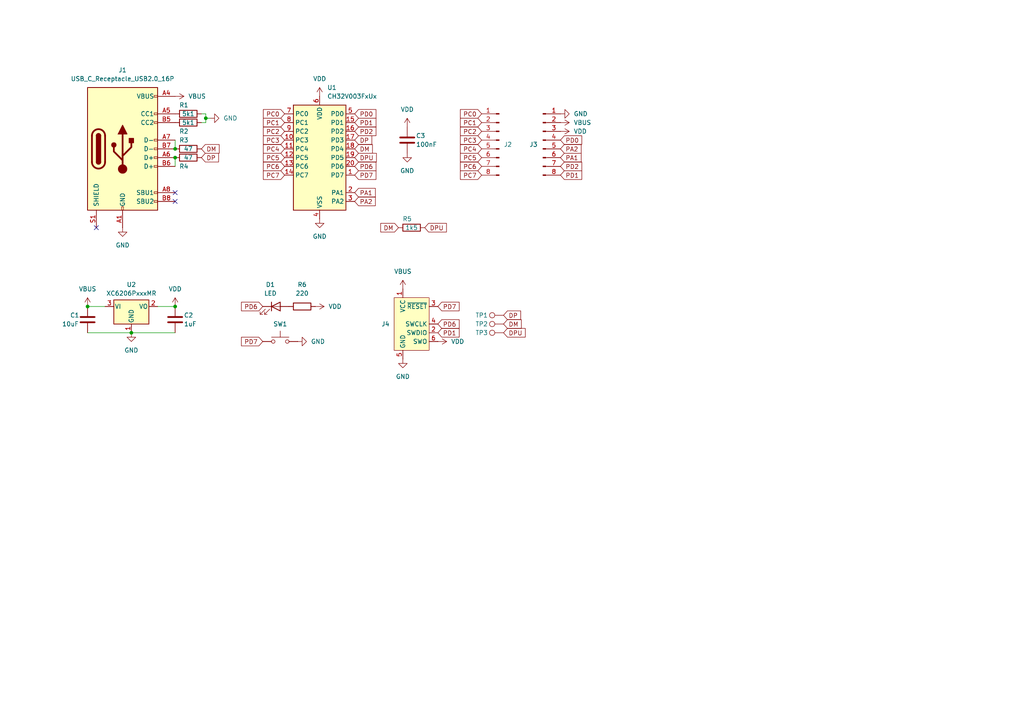
<source format=kicad_sch>
(kicad_sch (version 20231120) (generator "eeschema") (generator_version "8.0")
  (paper "A4")
  (lib_symbols
    (symbol "Connector:Conn_01x08_Pin" (pin_names (offset 1.016) hide)
      (property "Reference" "J" (at 0 10.16 0))
      (property "Value" "Conn_01x08_Pin" (at 0 -12.7 0))
      (symbol "Conn_01x08_Pin_1_1"
        (polyline (pts (xy 1.27 -10.16) (xy 0.8636 -10.16)) (stroke (width 0.1524)))
        (polyline (pts (xy 1.27 -7.62) (xy 0.8636 -7.62)) (stroke (width 0.1524)))
        (polyline (pts (xy 1.27 -5.08) (xy 0.8636 -5.08)) (stroke (width 0.1524)))
        (polyline (pts (xy 1.27 -2.54) (xy 0.8636 -2.54)) (stroke (width 0.1524)))
        (polyline (pts (xy 1.27 0) (xy 0.8636 0)) (stroke (width 0.1524)))
        (polyline (pts (xy 1.27 2.54) (xy 0.8636 2.54)) (stroke (width 0.1524)))
        (polyline (pts (xy 1.27 5.08) (xy 0.8636 5.08)) (stroke (width 0.1524)))
        (polyline (pts (xy 1.27 7.62) (xy 0.8636 7.62)) (stroke (width 0.1524)))
        (rectangle (start 0.8636 -10.033) (end 0 -10.287) (stroke (width 0.1524)) (fill (type outline)))
        (rectangle (start 0.8636 -7.493) (end 0 -7.747) (stroke (width 0.1524)) (fill (type outline)))
        (rectangle (start 0.8636 -4.953) (end 0 -5.207) (stroke (width 0.1524)) (fill (type outline)))
        (rectangle (start 0.8636 -2.413) (end 0 -2.667) (stroke (width 0.1524)) (fill (type outline)))
        (rectangle (start 0.8636 0.127) (end 0 -0.127) (stroke (width 0.1524)) (fill (type outline)))
        (rectangle (start 0.8636 2.667) (end 0 2.413) (stroke (width 0.1524)) (fill (type outline)))
        (rectangle (start 0.8636 5.207) (end 0 4.953) (stroke (width 0.1524)) (fill (type outline)))
        (rectangle (start 0.8636 7.747) (end 0 7.493) (stroke (width 0.1524)) (fill (type outline)))
        (pin passive line (at 5.08 7.62 180) (length 3.81) (name "Pin_1") (number "1"))
        (pin passive line (at 5.08 5.08 180) (length 3.81) (name "Pin_2") (number "2"))
        (pin passive line (at 5.08 2.54 180) (length 3.81) (name "Pin_3") (number "3"))
        (pin passive line (at 5.08 0 180) (length 3.81) (name "Pin_4") (number "4"))
        (pin passive line (at 5.08 -2.54 180) (length 3.81) (name "Pin_5") (number "5"))
        (pin passive line (at 5.08 -5.08 180) (length 3.81) (name "Pin_6") (number "6"))
        (pin passive line (at 5.08 -7.62 180) (length 3.81) (name "Pin_7") (number "7"))
        (pin passive line (at 5.08 -10.16 180) (length 3.81) (name "Pin_8") (number "8"))
      )
    )
    (symbol "Connector:Conn_ARM_SWD_TagConnect_TC2030-NL" (in_bom no)
      (property "Reference" "J" (at 2.54 11.43 0))
      (property "Value" "Conn_ARM_SWD_TagConnect_TC2030-NL" (at 2.54 8.89 0))
      (symbol "Conn_ARM_SWD_TagConnect_TC2030-NL_0_0"
        (pin power_in line (at -2.54 10.16 270) (length 2.54) (name "VCC") (number "1"))
        (pin bidirectional line (at 7.62 -2.54 180) (length 2.54) (name "SWDIO") (number "2"))
        (pin open_collector line (at 7.62 5.08 180) (length 2.54) (name "~{RESET}") (number "3"))
        (pin output line (at 7.62 0 180) (length 2.54) (name "SWCLK") (number "4"))
        (pin power_in line (at -2.54 -10.16 90) (length 2.54) (name "GND") (number "5"))
        (pin input line (at 7.62 -5.08 180) (length 2.54) (name "SWO") (number "6"))
      )
      (symbol "Conn_ARM_SWD_TagConnect_TC2030-NL_0_1"
        (rectangle (start -5.08 7.62) (end 5.08 -7.62) (fill (type background)))
      )
    )
    (symbol "Connector:TestPoint" (pin_numbers hide) (pin_names (offset 0.762) hide)
      (property "Reference" "TP" (at 0 6.858 0))
      (property "Value" "TestPoint" (at 0 5.08 0))
      (symbol "TestPoint_0_1"
        (circle (center 0 3.302) (radius 0.762))
      )
      (symbol "TestPoint_1_1"
        (pin passive line (at 0 0 90) (length 2.54) (name "1") (number "1"))
      )
    )
    (symbol "Connector:USB_C_Receptacle_USB2.0_16P" (pin_names (offset 1.016))
      (property "Reference" "J" (at 0 22.225 0))
      (property "Value" "USB_C_Receptacle_USB2.0_16P" (at 0 19.685 0))
      (symbol "USB_C_Receptacle_USB2.0_16P_0_0"
        (rectangle (start -0.254 -17.78) (end 0.254 -16.764))
        (rectangle (start 10.16 -14.986) (end 9.144 -15.494))
        (rectangle (start 10.16 -12.446) (end 9.144 -12.954))
        (rectangle (start 10.16 -4.826) (end 9.144 -5.334))
        (rectangle (start 10.16 -2.286) (end 9.144 -2.794))
        (rectangle (start 10.16 0.254) (end 9.144 -0.254))
        (rectangle (start 10.16 2.794) (end 9.144 2.286))
        (rectangle (start 10.16 7.874) (end 9.144 7.366))
        (rectangle (start 10.16 10.414) (end 9.144 9.906))
        (rectangle (start 10.16 15.494) (end 9.144 14.986))
      )
      (symbol "USB_C_Receptacle_USB2.0_16P_0_1"
        (rectangle (start -10.16 17.78) (end 10.16 -17.78) (stroke (width 0.254)) (fill (type background)))
        (arc (start -8.89 -3.81) (mid -6.985 -5.7067) (end -5.08 -3.81) (stroke (width 0.508)))
        (arc (start -7.62 -3.81) (mid -6.985 -4.4423) (end -6.35 -3.81) (stroke (width 0.254)))
        (arc (start -7.62 -3.81) (mid -6.985 -4.4423) (end -6.35 -3.81) (stroke (width 0.254)) (fill (type outline)))
        (rectangle (start -7.62 -3.81) (end -6.35 3.81) (stroke (width 0.254)) (fill (type outline)))
        (arc (start -6.35 3.81) (mid -6.985 4.4423) (end -7.62 3.81) (stroke (width 0.254)))
        (arc (start -6.35 3.81) (mid -6.985 4.4423) (end -7.62 3.81) (stroke (width 0.254)) (fill (type outline)))
        (arc (start -5.08 3.81) (mid -6.985 5.7067) (end -8.89 3.81) (stroke (width 0.508)))
        (circle (center -2.54 1.143) (radius 0.635) (stroke (width 0.254)) (fill (type outline)))
        (circle (center 0 -5.842) (radius 1.27) (fill (type outline)))
        (polyline (pts (xy -8.89 -3.81) (xy -8.89 3.81)) (stroke (width 0.508)))
        (polyline (pts (xy -5.08 3.81) (xy -5.08 -3.81)) (stroke (width 0.508)))
        (polyline (pts (xy 0 -5.842) (xy 0 4.318)) (stroke (width 0.508)))
        (polyline (pts (xy 0 -3.302) (xy -2.54 -0.762) (xy -2.54 0.508)) (stroke (width 0.508)))
        (polyline (pts (xy 0 -2.032) (xy 2.54 0.508) (xy 2.54 1.778)) (stroke (width 0.508)))
        (polyline (pts (xy -1.27 4.318) (xy 0 6.858) (xy 1.27 4.318) (xy -1.27 4.318)) (stroke (width 0.254)) (fill (type outline)))
        (rectangle (start 1.905 1.778) (end 3.175 3.048) (stroke (width 0.254)) (fill (type outline)))
      )
      (symbol "USB_C_Receptacle_USB2.0_16P_1_1"
        (pin passive line (at 0 -22.86 90) (length 5.08) (name "GND") (number "A1"))
        (pin passive line (at 0 -22.86 90) (length 5.08) hide (name "GND") (number "A12"))
        (pin passive line (at 15.24 15.24 180) (length 5.08) (name "VBUS") (number "A4"))
        (pin bidirectional line (at 15.24 10.16 180) (length 5.08) (name "CC1") (number "A5"))
        (pin bidirectional line (at 15.24 -2.54 180) (length 5.08) (name "D+") (number "A6"))
        (pin bidirectional line (at 15.24 2.54 180) (length 5.08) (name "D-") (number "A7"))
        (pin bidirectional line (at 15.24 -12.7 180) (length 5.08) (name "SBU1") (number "A8"))
        (pin passive line (at 15.24 15.24 180) (length 5.08) hide (name "VBUS") (number "A9"))
        (pin passive line (at 0 -22.86 90) (length 5.08) hide (name "GND") (number "B1"))
        (pin passive line (at 0 -22.86 90) (length 5.08) hide (name "GND") (number "B12"))
        (pin passive line (at 15.24 15.24 180) (length 5.08) hide (name "VBUS") (number "B4"))
        (pin bidirectional line (at 15.24 7.62 180) (length 5.08) (name "CC2") (number "B5"))
        (pin bidirectional line (at 15.24 -5.08 180) (length 5.08) (name "D+") (number "B6"))
        (pin bidirectional line (at 15.24 0 180) (length 5.08) (name "D-") (number "B7"))
        (pin bidirectional line (at 15.24 -15.24 180) (length 5.08) (name "SBU2") (number "B8"))
        (pin passive line (at 15.24 15.24 180) (length 5.08) hide (name "VBUS") (number "B9"))
        (pin passive line (at -7.62 -22.86 90) (length 5.08) (name "SHIELD") (number "S1"))
      )
    )
    (symbol "Device:C" (pin_numbers hide) (pin_names (offset 0.254))
      (property "Reference" "C" (at 0.635 2.54 0))
      (property "Value" "C" (at 0.635 -2.54 0))
      (symbol "C_0_1"
        (polyline (pts (xy -2.032 -0.762) (xy 2.032 -0.762)) (stroke (width 0.508)))
        (polyline (pts (xy -2.032 0.762) (xy 2.032 0.762)) (stroke (width 0.508)))
      )
      (symbol "C_1_1"
        (pin passive line (at 0 3.81 270) (length 2.794) (name "~") (number "1"))
        (pin passive line (at 0 -3.81 90) (length 2.794) (name "~") (number "2"))
      )
    )
    (symbol "Device:LED" (pin_numbers hide) (pin_names (offset 1.016) hide)
      (property "Reference" "D" (at 0 2.54 0))
      (property "Value" "LED" (at 0 -2.54 0))
      (symbol "LED_0_1"
        (polyline (pts (xy -1.27 -1.27) (xy -1.27 1.27)) (stroke (width 0.254)))
        (polyline (pts (xy -1.27 0) (xy 1.27 0)))
        (polyline (pts (xy 1.27 -1.27) (xy 1.27 1.27) (xy -1.27 0) (xy 1.27 -1.27)) (stroke (width 0.254)))
        (polyline (pts (xy -3.048 -0.762) (xy -4.572 -2.286) (xy -3.81 -2.286) (xy -4.572 -2.286) (xy -4.572 -1.524)))
        (polyline (pts (xy -1.778 -0.762) (xy -3.302 -2.286) (xy -2.54 -2.286) (xy -3.302 -2.286) (xy -3.302 -1.524)))
      )
      (symbol "LED_1_1"
        (pin passive line (at -3.81 0 0) (length 2.54) (name "K") (number "1"))
        (pin passive line (at 3.81 0 180) (length 2.54) (name "A") (number "2"))
      )
    )
    (symbol "Device:R" (pin_numbers hide) (pin_names (offset 0))
      (property "Reference" "R" (at 2.032 0 90))
      (property "Value" "R" (at 0 0 90))
      (symbol "R_0_1"
        (rectangle (start -1.016 -2.54) (end 1.016 2.54) (stroke (width 0.254)))
      )
      (symbol "R_1_1"
        (pin passive line (at 0 3.81 270) (length 1.27) (name "~") (number "1"))
        (pin passive line (at 0 -3.81 90) (length 1.27) (name "~") (number "2"))
      )
    )
    (symbol "MCU_WCH_CH32V0:CH32V003FxUx"
      (property "Reference" "U" (at -7.62 17.78 0))
      (property "Value" "CH32V003FxUx" (at 7.62 17.78 0))
      (symbol "CH32V003FxUx_1_1"
        (rectangle (start -7.62 15.24) (end 7.62 -15.24) (stroke (width 0.254)) (fill (type background)))
        (pin bidirectional line (at 10.16 -5.08 180) (length 2.54) (name "PD7") (number "1"))
        (pin bidirectional line (at -10.16 5.08 0) (length 2.54) (name "PC3") (number "10"))
        (pin bidirectional line (at -10.16 2.54 0) (length 2.54) (name "PC4") (number "11"))
        (pin bidirectional line (at -10.16 0 0) (length 2.54) (name "PC5") (number "12"))
        (pin bidirectional line (at -10.16 -2.54 0) (length 2.54) (name "PC6") (number "13"))
        (pin bidirectional line (at -10.16 -5.08 0) (length 2.54) (name "PC7") (number "14"))
        (pin bidirectional line (at 10.16 10.16 180) (length 2.54) (name "PD1") (number "15"))
        (pin bidirectional line (at 10.16 7.62 180) (length 2.54) (name "PD2") (number "16"))
        (pin bidirectional line (at 10.16 5.08 180) (length 2.54) (name "PD3") (number "17"))
        (pin bidirectional line (at 10.16 2.54 180) (length 2.54) (name "PD4") (number "18"))
        (pin bidirectional line (at 10.16 0 180) (length 2.54) (name "PD5") (number "19"))
        (pin bidirectional line (at 10.16 -10.16 180) (length 2.54) (name "PA1") (number "2"))
        (pin bidirectional line (at 10.16 -2.54 180) (length 2.54) (name "PD6") (number "20"))
        (pin passive line (at 0 -17.78 90) (length 2.54) hide (name "VSS") (number "21"))
        (pin bidirectional line (at 10.16 -12.7 180) (length 2.54) (name "PA2") (number "3"))
        (pin power_in line (at 0 -17.78 90) (length 2.54) (name "VSS") (number "4"))
        (pin bidirectional line (at 10.16 12.7 180) (length 2.54) (name "PD0") (number "5"))
        (pin power_in line (at 0 17.78 270) (length 2.54) (name "VDD") (number "6"))
        (pin bidirectional line (at -10.16 12.7 0) (length 2.54) (name "PC0") (number "7"))
        (pin bidirectional line (at -10.16 10.16 0) (length 2.54) (name "PC1") (number "8"))
        (pin bidirectional line (at -10.16 7.62 0) (length 2.54) (name "PC2") (number "9"))
      )
    )
    (symbol "Regulator_Linear:XC6206PxxxMR" (pin_names (offset 0.254))
      (property "Reference" "U" (at -3.81 3.175 0))
      (property "Value" "XC6206PxxxMR" (at 0 3.175 0))
      (symbol "XC6206PxxxMR_0_1"
        (rectangle (start -5.08 1.905) (end 5.08 -5.08) (stroke (width 0.254)) (fill (type background)))
      )
      (symbol "XC6206PxxxMR_1_1"
        (pin power_in line (at 0 -7.62 90) (length 2.54) (name "GND") (number "1"))
        (pin power_out line (at 7.62 0 180) (length 2.54) (name "VO") (number "2"))
        (pin power_in line (at -7.62 0 0) (length 2.54) (name "VI") (number "3"))
      )
    )
    (symbol "Switch:SW_Push" (pin_numbers hide) (pin_names (offset 1.016) hide)
      (property "Reference" "SW" (at 1.27 2.54 0))
      (property "Value" "SW_Push" (at 0 -1.524 0))
      (symbol "SW_Push_0_1"
        (circle (center -2.032 0) (radius 0.508))
        (polyline (pts (xy 0 1.27) (xy 0 3.048)))
        (polyline (pts (xy 2.54 1.27) (xy -2.54 1.27)))
        (circle (center 2.032 0) (radius 0.508))
        (pin passive line (at -5.08 0 0) (length 2.54) (name "1") (number "1"))
        (pin passive line (at 5.08 0 180) (length 2.54) (name "2") (number "2"))
      )
    )
    (symbol "power:GND" (power) (pin_numbers hide) (pin_names (offset 0) hide)
      (property "Value" "GND" (at 0 -3.81 0))
      (symbol "GND_0_1"
        (polyline (pts (xy 0 0) (xy 0 -1.27) (xy 1.27 -1.27) (xy 0 -2.54) (xy -1.27 -1.27) (xy 0 -1.27)))
      )
      (symbol "GND_1_1"
        (pin power_in line (at 0 0 270) (length 0) (name "~") (number "1"))
      )
    )
    (symbol "power:VBUS" (power) (pin_numbers hide) (pin_names (offset 0) hide)
      (property "Value" "VBUS" (at 0 3.556 0))
      (symbol "VBUS_0_1"
        (polyline (pts (xy -0.762 1.27) (xy 0 2.54)))
        (polyline (pts (xy 0 0) (xy 0 2.54)))
        (polyline (pts (xy 0 2.54) (xy 0.762 1.27)))
      )
      (symbol "VBUS_1_1"
        (pin power_in line (at 0 0 90) (length 0) (name "~") (number "1"))
      )
    )
    (symbol "power:VDD" (power) (pin_numbers hide) (pin_names (offset 0) hide)
      (property "Value" "VDD" (at 0 3.556 0))
      (symbol "VDD_0_1"
        (polyline (pts (xy -0.762 1.27) (xy 0 2.54)))
        (polyline (pts (xy 0 0) (xy 0 2.54)))
        (polyline (pts (xy 0 2.54) (xy 0.762 1.27)))
      )
      (symbol "VDD_1_1"
        (pin power_in line (at 0 0 90) (length 0) (name "~") (number "1"))
      )
    )
  )
  (junction (at 38.1 96.52))
  (junction (at 50.8 45.72))
  (junction (at 50.8 43.18))
  (junction (at 59.69 34.29))
  (junction (at 25.4 88.9))
  (junction (at 50.8 88.9))
  (no_connect (at 27.94 66.04))
  (no_connect (at 50.8 58.42))
  (no_connect (at 50.8 55.88))
  (wire (pts (xy 59.69 34.29) (xy 59.69 35.56)))
  (wire (pts (xy 59.69 33.02) (xy 59.69 34.29)))
  (wire (pts (xy 25.4 96.52) (xy 38.1 96.52)))
  (wire (pts (xy 58.42 35.56) (xy 59.69 35.56)))
  (wire (pts (xy 38.1 96.52) (xy 50.8 96.52)))
  (wire (pts (xy 50.8 40.64) (xy 50.8 43.18)))
  (wire (pts (xy 50.8 45.72) (xy 50.8 48.26)))
  (wire (pts (xy 45.72 88.9) (xy 50.8 88.9)))
  (wire (pts (xy 25.4 88.9) (xy 30.48 88.9)))
  (wire (pts (xy 58.42 33.02) (xy 59.69 33.02)))
  (wire (pts (xy 59.69 34.29) (xy 60.96 34.29)))
  (global_label "PC0" (shape input) (at 139.7 33.02 180) (property "Intersheetrefs" "${INTERSHEET_REFS}" (effects (hide yes))))
  (global_label "PC1" (shape input) (at 82.55 35.56 180) (property "Intersheetrefs" "${INTERSHEET_REFS}" (effects (hide yes))))
  (global_label "PD7" (shape input) (at 76.2 99.06 180) (property "Intersheetrefs" "${INTERSHEET_REFS}" (effects (hide yes))))
  (global_label "DM" (shape input) (at 58.42 43.18 0) (property "Intersheetrefs" "${INTERSHEET_REFS}" (effects (hide yes))))
  (global_label "PA2" (shape input) (at 102.87 58.42 0) (property "Intersheetrefs" "${INTERSHEET_REFS}" (effects (hide yes))))
  (global_label "DP" (shape input) (at 146.05 91.44 0) (property "Intersheetrefs" "${INTERSHEET_REFS}" (effects (hide yes))))
  (global_label "PD7" (shape input) (at 102.87 50.8 0) (property "Intersheetrefs" "${INTERSHEET_REFS}" (effects (hide yes))))
  (global_label "PD2" (shape input) (at 162.56 48.26 0) (property "Intersheetrefs" "${INTERSHEET_REFS}" (effects (hide yes))))
  (global_label "PC4" (shape input) (at 82.55 43.18 180) (property "Intersheetrefs" "${INTERSHEET_REFS}" (effects (hide yes))))
  (global_label "PC1" (shape input) (at 139.7 35.56 180) (property "Intersheetrefs" "${INTERSHEET_REFS}" (effects (hide yes))))
  (global_label "PC7" (shape input) (at 82.55 50.8 180) (property "Intersheetrefs" "${INTERSHEET_REFS}" (effects (hide yes))))
  (global_label "PA1" (shape input) (at 102.87 55.88 0) (property "Intersheetrefs" "${INTERSHEET_REFS}" (effects (hide yes))))
  (global_label "PA2" (shape input) (at 162.56 43.18 0) (property "Intersheetrefs" "${INTERSHEET_REFS}" (effects (hide yes))))
  (global_label "PC4" (shape input) (at 139.7 43.18 180) (property "Intersheetrefs" "${INTERSHEET_REFS}" (effects (hide yes))))
  (global_label "DM" (shape input) (at 102.87 43.18 0) (property "Intersheetrefs" "${INTERSHEET_REFS}" (effects (hide yes))))
  (global_label "DPU" (shape input) (at 102.87 45.72 0) (property "Intersheetrefs" "${INTERSHEET_REFS}" (effects (hide yes))))
  (global_label "PC6" (shape input) (at 139.7 48.26 180) (property "Intersheetrefs" "${INTERSHEET_REFS}" (effects (hide yes))))
  (global_label "DPU" (shape input) (at 123.19 66.04 0) (property "Intersheetrefs" "${INTERSHEET_REFS}" (effects (hide yes))))
  (global_label "DP" (shape input) (at 102.87 40.64 0) (property "Intersheetrefs" "${INTERSHEET_REFS}" (effects (hide yes))))
  (global_label "PD1" (shape input) (at 127 96.52 0) (property "Intersheetrefs" "${INTERSHEET_REFS}" (effects (hide yes))))
  (global_label "DM" (shape input) (at 115.57 66.04 180) (property "Intersheetrefs" "${INTERSHEET_REFS}" (effects (hide yes))))
  (global_label "DPU" (shape input) (at 146.05 96.52 0) (property "Intersheetrefs" "${INTERSHEET_REFS}" (effects (hide yes))))
  (global_label "PC2" (shape input) (at 82.55 38.1 180) (property "Intersheetrefs" "${INTERSHEET_REFS}" (effects (hide yes))))
  (global_label "PC0" (shape input) (at 82.55 33.02 180) (property "Intersheetrefs" "${INTERSHEET_REFS}" (effects (hide yes))))
  (global_label "PC6" (shape input) (at 82.55 48.26 180) (property "Intersheetrefs" "${INTERSHEET_REFS}" (effects (hide yes))))
  (global_label "PC7" (shape input) (at 139.7 50.8 180) (property "Intersheetrefs" "${INTERSHEET_REFS}" (effects (hide yes))))
  (global_label "DM" (shape input) (at 146.05 93.98 0) (property "Intersheetrefs" "${INTERSHEET_REFS}" (effects (hide yes))))
  (global_label "PC3" (shape input) (at 139.7 40.64 180) (property "Intersheetrefs" "${INTERSHEET_REFS}" (effects (hide yes))))
  (global_label "PC3" (shape input) (at 82.55 40.64 180) (property "Intersheetrefs" "${INTERSHEET_REFS}" (effects (hide yes))))
  (global_label "PD7" (shape input) (at 127 88.9 0) (property "Intersheetrefs" "${INTERSHEET_REFS}" (effects (hide yes))))
  (global_label "DP" (shape input) (at 58.42 45.72 0) (property "Intersheetrefs" "${INTERSHEET_REFS}" (effects (hide yes))))
  (global_label "PC5" (shape input) (at 139.7 45.72 180) (property "Intersheetrefs" "${INTERSHEET_REFS}" (effects (hide yes))))
  (global_label "PC2" (shape input) (at 139.7 38.1 180) (property "Intersheetrefs" "${INTERSHEET_REFS}" (effects (hide yes))))
  (global_label "PD0" (shape input) (at 102.87 33.02 0) (property "Intersheetrefs" "${INTERSHEET_REFS}" (effects (hide yes))))
  (global_label "PD6" (shape input) (at 76.2 88.9 180) (property "Intersheetrefs" "${INTERSHEET_REFS}" (effects (hide yes))))
  (global_label "PD0" (shape input) (at 162.56 40.64 0) (property "Intersheetrefs" "${INTERSHEET_REFS}" (effects (hide yes))))
  (global_label "PD2" (shape input) (at 102.87 38.1 0) (property "Intersheetrefs" "${INTERSHEET_REFS}" (effects (hide yes))))
  (global_label "PD6" (shape input) (at 127 93.98 0) (property "Intersheetrefs" "${INTERSHEET_REFS}" (effects (hide yes))))
  (global_label "PD1" (shape input) (at 102.87 35.56 0) (property "Intersheetrefs" "${INTERSHEET_REFS}" (effects (hide yes))))
  (global_label "PD1" (shape input) (at 162.56 50.8 0) (property "Intersheetrefs" "${INTERSHEET_REFS}" (effects (hide yes))))
  (global_label "PC5" (shape input) (at 82.55 45.72 180) (property "Intersheetrefs" "${INTERSHEET_REFS}" (effects (hide yes))))
  (global_label "PA1" (shape input) (at 162.56 45.72 0) (property "Intersheetrefs" "${INTERSHEET_REFS}" (effects (hide yes))))
  (global_label "PD6" (shape input) (at 102.87 48.26 0) (property "Intersheetrefs" "${INTERSHEET_REFS}" (effects (hide yes))))
  (symbol (lib_id "Device:LED") (at 80.01 88.9 0) (unit 1)
    (property "Reference" "D1" (at 78.4225 82.55 0))
    (property "Value" "LED" (at 78.4225 85.09 0))
    (property "Footprint" "LED_SMD:LED_0603_1608Metric" (effects (hide yes)))
    (property "Description" "Light emitting diode" (effects (hide yes)))
    (property "JLC" "C2286" (effects (hide yes)))
  )
  (symbol (lib_id "power:GND") (at 92.71 63.5 0) (unit 1)
    (property "Reference" "#PWR04" (effects (hide yes)))
    (property "Value" "GND" (at 92.71 68.58 0))
    (property "Description" "Power symbol creates a global label with name \"GND\" , ground" (effects (hide yes)))
  )
  (symbol (lib_id "Device:R") (at 119.38 66.04 90) (unit 1)
    (property "Reference" "R5" (at 118.11 63.5 90))
    (property "Value" "1k5" (at 119.38 66.04 90))
    (property "Footprint" "Resistor_SMD:R_0402_1005Metric" (effects (hide yes)))
    (property "Description" "Resistor" (effects (hide yes)))
    (property "JLC" "C25867" (effects (hide yes)))
  )
  (symbol (lib_id "Device:C") (at 118.11 40.64 0) (unit 1)
    (property "Reference" "C3" (at 120.65 39.37 0) (effects (justify left)))
    (property "Value" "100nF" (at 120.65 41.91 0) (effects (justify left)))
    (property "Footprint" "Capacitor_SMD:C_0402_1005Metric" (effects (hide yes)))
    (property "Description" "Unpolarized capacitor" (effects (hide yes)))
    (property "JLC" "C1525" (effects (hide yes)))
  )
  (symbol (lib_id "Device:R") (at 54.61 33.02 90) (unit 1)
    (property "Reference" "R1" (at 53.34 30.48 90))
    (property "Value" "5k1" (at 54.61 33.02 90))
    (property "Footprint" "Resistor_SMD:R_0402_1005Metric" (effects (hide yes)))
    (property "Description" "Resistor" (effects (hide yes)))
    (property "JLC" "C25905" (effects (hide yes)))
  )
  (symbol (lib_id "Regulator_Linear:XC6206PxxxMR") (at 38.1 88.9 0) (unit 1)
    (property "Reference" "U2" (at 38.1 82.55 0))
    (property "Value" "XC6206PxxxMR" (at 38.1 85.09 0))
    (property "Footprint" "Package_TO_SOT_SMD:SOT-23-3" (effects (hide yes)))
    (property "Datasheet" "https://www.torexsemi.com/file/xc6206/XC6206.pdf" (effects (hide yes)))
    (property "Description" "Positive 60-250mA Low Dropout Regulator, Fixed Output, SOT-23" (effects (hide yes)))
    (property "JLC" "C5446" (effects (hide yes)))
  )
  (symbol (lib_id "Device:R") (at 54.61 43.18 90) (unit 1)
    (property "Reference" "R3" (at 53.34 40.64 90))
    (property "Value" "47" (at 54.61 43.18 90))
    (property "Footprint" "Resistor_SMD:R_0402_1005Metric" (effects (hide yes)))
    (property "Description" "Resistor" (effects (hide yes)))
    (property "JLC" "C25105" (effects (hide yes)))
  )
  (symbol (lib_id "power:GND") (at 38.1 96.52 0) (unit 1)
    (property "Reference" "#PWR06" (effects (hide yes)))
    (property "Value" "GND" (at 38.1 101.6 0))
    (property "Description" "Power symbol creates a global label with name \"GND\" , ground" (effects (hide yes)))
  )
  (symbol (lib_id "Switch:SW_Push") (at 81.28 99.06 0) (unit 1)
    (property "Reference" "SW1" (at 81.28 93.98 0))
    (property "Value" "SW_Push" (effects (hide yes)))
    (property "Footprint" "Panasonic-EVPAW:Panasonic-EVPAW-2x3mm" (effects (hide yes)))
    (property "Description" "Push button switch, generic, two pins" (effects (hide yes)))
    (property "JLC" "C2858607" (effects (hide yes)))
  )
  (symbol (lib_id "Connector:Conn_01x08_Pin") (at 157.48 40.64 0) (unit 1)
    (property "Reference" "J3" (at 155.956 41.91 0) (effects (justify right)))
    (property "Value" "Conn_01x08_Pin" (effects (hide yes)))
    (property "Footprint" "Connector_PinHeader_2.54mm:PinHeader_1x08_P2.54mm_Vertical" (effects (hide yes)))
    (property "Description" "Generic connector, single row, 01x08, script generated" (effects (hide yes)))
  )
  (symbol (lib_id "power:VBUS") (at 25.4 88.9 0) (unit 1)
    (property "Reference" "#PWR08" (effects (hide yes)))
    (property "Value" "VBUS" (at 25.4 83.82 0))
    (property "Description" "Power symbol creates a global label with name \"VBUS\"" (effects (hide yes)))
  )
  (symbol (lib_id "Device:R") (at 87.63 88.9 270) (unit 1)
    (property "Reference" "R6" (at 87.63 82.55 90))
    (property "Value" "220" (at 87.63 85.09 90))
    (property "Footprint" "Resistor_SMD:R_0402_1005Metric" (effects (hide yes)))
    (property "Description" "Resistor" (effects (hide yes)))
    (property "JLC" "C25091" (effects (hide yes)))
  )
  (symbol (lib_id "MCU_WCH_CH32V0:CH32V003FxUx") (at 92.71 45.72 0) (unit 1)
    (property "Reference" "U1" (at 94.9041 25.4 0) (effects (justify left)))
    (property "Value" "CH32V003FxUx" (at 94.9041 27.94 0) (effects (justify left)))
    (property "Footprint" "Package_DFN_QFN:QFN-20-1EP_3x3mm_P0.4mm_EP1.65x1.65mm" (effects (hide yes)))
    (property "Datasheet" "https://www.wch-ic.com/products/CH32V003.html" (effects (hide yes)))
    (property "Description" "CH32V003 series are industrial-grade general-purpose microcontrollers designed based on 32-bit RISC-V instruction set and architecture. It adopts QingKe V2A core, RV32EC instruction set, and supports 2 levels of interrupt nesting. The series are mounted with rich peripheral interfaces and function modules. Its internal organizational structure meets the low-cost and low-power embedded application scenarios." (effects (hide yes)))
    (property "JLC" "C5299908" (effects (hide yes)))
  )
  (symbol (lib_id "Device:C") (at 50.8 92.71 0) (unit 1)
    (property "Reference" "C2" (at 53.34 91.44 0) (effects (justify left)))
    (property "Value" "1uF" (at 53.34 93.98 0) (effects (justify left)))
    (property "Footprint" "Capacitor_SMD:C_0402_1005Metric" (effects (hide yes)))
    (property "Description" "Unpolarized capacitor" (effects (hide yes)))
    (property "JLC" "C52923" (effects (hide yes)))
  )
  (symbol (lib_id "power:VBUS") (at 162.56 35.56 270) (mirror x) (unit 1)
    (property "Reference" "#PWR09" (effects (hide yes)))
    (property "Value" "VBUS" (at 166.37 35.5599 90) (effects (justify left)))
    (property "Description" "Power symbol creates a global label with name \"VBUS\"" (effects (hide yes)))
  )
  (symbol (lib_id "Connector:TestPoint") (at 146.05 91.44 90) (unit 1)
    (property "Reference" "TP1" (at 139.7 91.44 90))
    (property "Value" "TestPoint" (effects (hide yes)))
    (property "Footprint" "TestPoint:TestPoint_Pad_D1.0mm" (effects (hide yes)))
    (property "Description" "test point" (effects (hide yes)))
  )
  (symbol (lib_id "Connector:TestPoint") (at 146.05 96.52 90) (unit 1)
    (property "Reference" "TP3" (at 139.7 96.52 90))
    (property "Value" "TestPoint" (effects (hide yes)))
    (property "Footprint" "TestPoint:TestPoint_Pad_D1.0mm" (effects (hide yes)))
    (property "Description" "test point" (effects (hide yes)))
  )
  (symbol (lib_id "power:VBUS") (at 50.8 27.94 270) (unit 1)
    (property "Reference" "#PWR01" (effects (hide yes)))
    (property "Value" "VBUS" (at 54.61 27.9399 90) (effects (justify left)))
    (property "Description" "Power symbol creates a global label with name \"VBUS\"" (effects (hide yes)))
  )
  (symbol (lib_id "Device:R") (at 54.61 45.72 90) (unit 1)
    (property "Reference" "R4" (at 53.34 48.26 90))
    (property "Value" "47" (at 54.61 45.72 90))
    (property "Footprint" "Resistor_SMD:R_0402_1005Metric" (effects (hide yes)))
    (property "Description" "Resistor" (effects (hide yes)))
    (property "JLC" "C25105" (effects (hide yes)))
  )
  (symbol (lib_id "power:VDD") (at 91.44 88.9 270) (unit 1)
    (property "Reference" "#PWR012" (effects (hide yes)))
    (property "Value" "VDD" (at 95.25 88.8999 90) (effects (justify left)))
    (property "Description" "Power symbol creates a global label with name \"VDD\"" (effects (hide yes)))
  )
  (symbol (lib_id "power:GND") (at 35.56 66.04 0) (unit 1)
    (property "Reference" "#PWR02" (effects (hide yes)))
    (property "Value" "GND" (at 35.56 71.12 0))
    (property "Description" "Power symbol creates a global label with name \"GND\" , ground" (effects (hide yes)))
  )
  (symbol (lib_id "power:VBUS") (at 116.84 83.82 0) (unit 1)
    (property "Reference" "#PWR017" (effects (hide yes)))
    (property "Value" "VBUS" (at 116.84 78.74 0))
    (property "Description" "Power symbol creates a global label with name \"VBUS\"" (effects (hide yes)))
  )
  (symbol (lib_id "power:VDD") (at 50.8 88.9 0) (unit 1)
    (property "Reference" "#PWR07" (effects (hide yes)))
    (property "Value" "VDD" (at 50.8 83.82 0))
    (property "Description" "Power symbol creates a global label with name \"VDD\"" (effects (hide yes)))
  )
  (symbol (lib_id "power:VDD") (at 118.11 36.83 0) (unit 1)
    (property "Reference" "#PWR010" (effects (hide yes)))
    (property "Value" "VDD" (at 118.11 31.75 0))
    (property "Description" "Power symbol creates a global label with name \"VDD\"" (effects (hide yes)))
  )
  (symbol (lib_id "Connector:Conn_ARM_SWD_TagConnect_TC2030-NL") (at 119.38 93.98 0) (unit 1) (in_bom no)
    (property "Reference" "J4" (at 113.03 93.9799 0) (effects (justify right)))
    (property "Value" "Conn_ARM_SWD_TagConnect_TC2030-NL" (effects (hide yes)))
    (property "Footprint" "Paw-Connect-main:Paw-Connect_RevA_TC2030-IDC-NL_2x03_P1.27mm_Vertical" (effects (hide yes)))
    (property "Datasheet" "https://www.tag-connect.com/wp-content/uploads/bsk-pdf-manager/TC2030-CTX_1.pdf" (effects (hide yes)))
    (property "Description" "Tag-Connect ARM Cortex SWD JTAG connector, 6 pin, no legs" (effects (hide yes)))
  )
  (symbol (lib_id "power:GND") (at 60.96 34.29 90) (unit 1)
    (property "Reference" "#PWR03" (effects (hide yes)))
    (property "Value" "GND" (at 64.77 34.2899 90) (effects (justify right)))
    (property "Description" "Power symbol creates a global label with name \"GND\" , ground" (effects (hide yes)))
  )
  (symbol (lib_id "power:VDD") (at 127 99.06 270) (unit 1)
    (property "Reference" "#PWR019" (effects (hide yes)))
    (property "Value" "VDD" (at 130.81 99.0599 90) (effects (justify left)))
    (property "Description" "Power symbol creates a global label with name \"VDD\"" (effects (hide yes)))
  )
  (symbol (lib_id "Connector:USB_C_Receptacle_USB2.0_16P") (at 35.56 43.18 0) (unit 1)
    (property "Reference" "J1" (at 35.56 20.32 0))
    (property "Value" "USB_C_Receptacle_USB2.0_16P" (at 35.56 22.86 0))
    (property "Footprint" "Connector_USB:USB_C_Receptacle_HCTL_HC-TYPE-C-16P-01A" (effects (hide yes)))
    (property "Datasheet" "https://www.usb.org/sites/default/files/documents/usb_type-c.zip" (effects (hide yes)))
    (property "Description" "USB 2.0-only 16P Type-C Receptacle connector" (effects (hide yes)))
    (property "JLC" "C2765186" (effects (hide yes)))
  )
  (symbol (lib_id "power:VDD") (at 92.71 27.94 0) (unit 1)
    (property "Reference" "#PWR05" (effects (hide yes)))
    (property "Value" "VDD" (at 92.71 22.86 0))
    (property "Description" "Power symbol creates a global label with name \"VDD\"" (effects (hide yes)))
  )
  (symbol (lib_id "Device:C") (at 25.4 92.71 0) (unit 1)
    (property "Reference" "C1" (at 20.32 91.44 0) (effects (justify left)))
    (property "Value" "10uF" (at 22.86 93.98 0) (effects (justify right)))
    (property "Footprint" "Capacitor_SMD:C_0402_1005Metric" (effects (hide yes)))
    (property "Description" "Unpolarized capacitor" (effects (hide yes)))
    (property "JLC" "C15525" (effects (hide yes)))
  )
  (symbol (lib_id "Connector:TestPoint") (at 146.05 93.98 90) (unit 1)
    (property "Reference" "TP2" (at 139.7 93.98 90))
    (property "Value" "TestPoint" (effects (hide yes)))
    (property "Footprint" "TestPoint:TestPoint_Pad_D1.0mm" (effects (hide yes)))
    (property "Description" "test point" (effects (hide yes)))
  )
  (symbol (lib_id "power:GND") (at 116.84 104.14 0) (unit 1)
    (property "Reference" "#PWR016" (effects (hide yes)))
    (property "Value" "GND" (at 116.84 109.22 0))
    (property "Description" "Power symbol creates a global label with name \"GND\" , ground" (effects (hide yes)))
  )
  (symbol (lib_id "power:GND") (at 118.11 44.45 0) (unit 1)
    (property "Reference" "#PWR014" (effects (hide yes)))
    (property "Value" "GND" (at 118.11 49.53 0))
    (property "Description" "Power symbol creates a global label with name \"GND\" , ground" (effects (hide yes)))
  )
  (symbol (lib_id "Device:R") (at 54.61 35.56 90) (unit 1)
    (property "Reference" "R2" (at 53.34 38.1 90))
    (property "Value" "5k1" (at 54.61 35.56 90))
    (property "Footprint" "Resistor_SMD:R_0402_1005Metric" (effects (hide yes)))
    (property "Description" "Resistor" (effects (hide yes)))
    (property "JLC" "C25905" (effects (hide yes)))
  )
  (symbol (lib_id "power:GND") (at 86.36 99.06 90) (unit 1)
    (property "Reference" "#PWR015" (effects (hide yes)))
    (property "Value" "GND" (at 90.17 99.0599 90) (effects (justify right)))
    (property "Description" "Power symbol creates a global label with name \"GND\" , ground" (effects (hide yes)))
  )
  (symbol (lib_id "power:VDD") (at 162.56 38.1 270) (mirror x) (unit 1)
    (property "Reference" "#PWR013" (effects (hide yes)))
    (property "Value" "VDD" (at 166.37 38.0999 90) (effects (justify left)))
    (property "Description" "Power symbol creates a global label with name \"VDD\"" (effects (hide yes)))
  )
  (symbol (lib_id "Connector:Conn_01x08_Pin") (at 144.78 40.64 0) (mirror y) (unit 1)
    (property "Reference" "J2" (at 147.32 41.91 0))
    (property "Value" "Conn_01x08_Pin" (effects (hide yes)))
    (property "Footprint" "Connector_PinHeader_2.54mm:PinHeader_1x08_P2.54mm_Vertical" (effects (hide yes)))
    (property "Description" "Generic connector, single row, 01x08, script generated" (effects (hide yes)))
  )
  (symbol (lib_id "power:GND") (at 162.56 33.02 90) (mirror x) (unit 1)
    (property "Reference" "#PWR011" (effects (hide yes)))
    (property "Value" "GND" (at 166.37 33.0199 90) (effects (justify right)))
    (property "Description" "Power symbol creates a global label with name \"GND\" , ground" (effects (hide yes)))
  )
)
</source>
